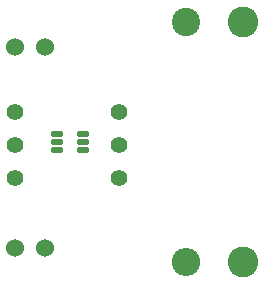
<source format=gts>
G04 #@! TF.GenerationSoftware,KiCad,Pcbnew,(6.0.7)*
G04 #@! TF.CreationDate,2022-10-05T19:21:38-05:00*
G04 #@! TF.ProjectId,INA186_Breakout,494e4131-3836-45f4-9272-65616b6f7574,rev?*
G04 #@! TF.SameCoordinates,Original*
G04 #@! TF.FileFunction,Soldermask,Top*
G04 #@! TF.FilePolarity,Negative*
%FSLAX46Y46*%
G04 Gerber Fmt 4.6, Leading zero omitted, Abs format (unit mm)*
G04 Created by KiCad (PCBNEW (6.0.7)) date 2022-10-05 19:21:38*
%MOMM*%
%LPD*%
G01*
G04 APERTURE LIST*
G04 Aperture macros list*
%AMRoundRect*
0 Rectangle with rounded corners*
0 $1 Rounding radius*
0 $2 $3 $4 $5 $6 $7 $8 $9 X,Y pos of 4 corners*
0 Add a 4 corners polygon primitive as box body*
4,1,4,$2,$3,$4,$5,$6,$7,$8,$9,$2,$3,0*
0 Add four circle primitives for the rounded corners*
1,1,$1+$1,$2,$3*
1,1,$1+$1,$4,$5*
1,1,$1+$1,$6,$7*
1,1,$1+$1,$8,$9*
0 Add four rect primitives between the rounded corners*
20,1,$1+$1,$2,$3,$4,$5,0*
20,1,$1+$1,$4,$5,$6,$7,0*
20,1,$1+$1,$6,$7,$8,$9,0*
20,1,$1+$1,$8,$9,$2,$3,0*%
G04 Aperture macros list end*
%ADD10C,2.600000*%
%ADD11C,2.400000*%
%ADD12O,2.400000X2.400000*%
%ADD13C,1.400000*%
%ADD14C,1.524000*%
%ADD15RoundRect,0.020000X-0.430000X-0.180000X0.430000X-0.180000X0.430000X0.180000X-0.430000X0.180000X0*%
G04 APERTURE END LIST*
D10*
X74193400Y-44754800D03*
D11*
X69342000Y-24434800D03*
D12*
X69342000Y-44754800D03*
D10*
X74193400Y-24434800D03*
D13*
X63703200Y-34874200D03*
X54889400Y-32080200D03*
X54889400Y-34848800D03*
X54889400Y-37617400D03*
D14*
X54889400Y-26568400D03*
X57429400Y-26568400D03*
X54889400Y-43561000D03*
X57429400Y-43561000D03*
D13*
X63703200Y-32105600D03*
X63703200Y-37642800D03*
D15*
X58386800Y-33944800D03*
X58386800Y-34594800D03*
X58386800Y-35244800D03*
X60586800Y-35244800D03*
X60586800Y-34594800D03*
X60586800Y-33944800D03*
M02*

</source>
